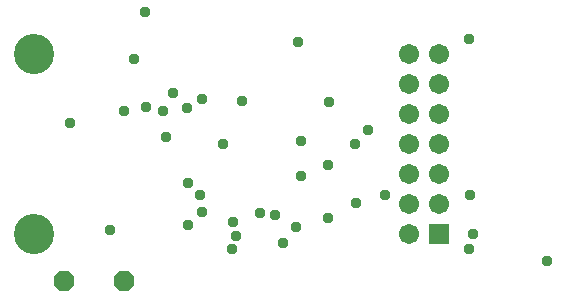
<source format=gbs>
G75*
%MOIN*%
%OFA0B0*%
%FSLAX25Y25*%
%IPPOS*%
%LPD*%
%AMOC8*
5,1,8,0,0,1.08239X$1,22.5*
%
%ADD10C,0.13398*%
%ADD11C,0.06737*%
%ADD12R,0.06737X0.06737*%
%ADD13OC8,0.06737*%
%ADD14OC8,0.03400*%
D10*
X0015765Y0048479D03*
X0015765Y0108479D03*
D11*
X0140765Y0108479D03*
X0150765Y0108479D03*
X0150765Y0098479D03*
X0140765Y0098479D03*
X0140765Y0088479D03*
X0150765Y0088479D03*
X0150765Y0078479D03*
X0140765Y0078479D03*
X0140765Y0068479D03*
X0150765Y0068479D03*
X0150765Y0058479D03*
X0140765Y0058479D03*
X0140765Y0048479D03*
D12*
X0150765Y0048479D03*
D13*
X0025765Y0032979D03*
X0045765Y0032979D03*
D14*
X0041265Y0049979D03*
X0067265Y0051479D03*
X0071765Y0055979D03*
X0071265Y0061479D03*
X0067265Y0065479D03*
X0082265Y0052479D03*
X0083265Y0047979D03*
X0081765Y0043479D03*
X0091265Y0055479D03*
X0096265Y0054979D03*
X0103265Y0050979D03*
X0098765Y0045479D03*
X0113765Y0053979D03*
X0123265Y0058979D03*
X0132765Y0061479D03*
X0113765Y0071479D03*
X0104765Y0067979D03*
X0104765Y0079479D03*
X0114265Y0092479D03*
X0127186Y0083401D03*
X0122765Y0078479D03*
X0085265Y0092979D03*
X0071765Y0093479D03*
X0066765Y0090479D03*
X0062265Y0095479D03*
X0058765Y0089479D03*
X0053265Y0090979D03*
X0045765Y0089479D03*
X0059765Y0080979D03*
X0078765Y0078479D03*
X0049265Y0106979D03*
X0052765Y0122479D03*
X0027765Y0085479D03*
X0103765Y0112479D03*
X0160765Y0113479D03*
X0161265Y0061479D03*
X0162265Y0048479D03*
X0160765Y0043479D03*
X0186765Y0039479D03*
M02*

</source>
